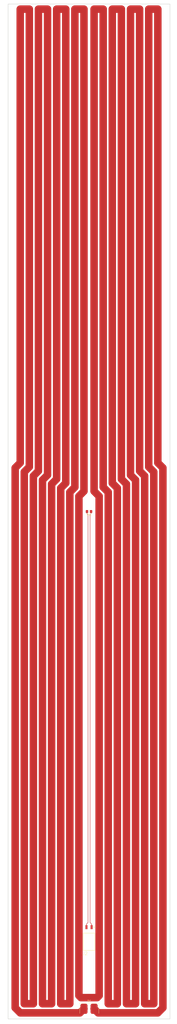
<source format=kicad_pcb>
(kicad_pcb (version 20240108) (generator "pcbnew") (generator_version "8.0")
  (layers (0 "F.Cu" signal) (31 "B.Cu" signal) (34 "B.Paste" user) (35 "F.Paste" user) (36 "B.SilkS" user "B.Silkscreen") (37 "F.SilkS" user "F.Silkscreen") (38 "B.Mask" user) (39 "F.Mask" user) (44 "Edge.Cuts" user))
  (net 0 "")
  (net 1 "Net-(J1-Pin_1)")
  (net 2 "Net-(J2-Pin_1)")
  (net 3 "Net-(J2-Pin_2)")
  (footprint "Resistor_SMD:R_0805_2012Metric_Pad1.20x1.40mm_HandSolder" (layer "F.Cu") (at 440 300 180)
    (property "Reference" "TH1" (at 0 -1.65 180) (layer "F.SilkS"))
    (property "Value" "Thermistor_NTC")
    (fp_line (start -0.227064 0.735) (end 0.227064 0.735) (stroke (width 0.12)) (layer "F.SilkS"))
    (fp_line (start -0.227064 -0.735) (end 0.227064 -0.735) (stroke (width 0.12)) (layer "F.SilkS"))
    (pad "1" smd roundrect (at -1 0 180) (size 1.2 1.4) (layers "F.Cu" "F.Paste" "F.Mask") (roundrect_rratio 0.208333) (net 2 "Net-(J2-Pin_1)"))
    (pad "2" smd roundrect (at 1 0 180) (size 1.2 1.4) (layers "F.Cu" "F.Paste" "F.Mask") (roundrect_rratio 0.208333) (net 3 "Net-(J2-Pin_2)"))
  )
  (footprint "XT30:XT30_pads" (layer "F.Cu") (at 440 545 180)
    (property "Reference" "J1" (at 0 3.81 180) (layer "F.SilkS"))
    (property "Value" "Heater connector")
    (fp_line (start 4.572 2.794) (end 4.572 -2.286) (stroke (width 0.12)) (layer "F.SilkS"))
    (fp_line (start -4.826 2.794) (end 4.572 2.794) (stroke (width 0.12)) (layer "F.SilkS"))
    (fp_line (start -4.826 -2.286) (end -4.826 2.794) (stroke (width 0.12)) (layer "F.SilkS"))
    (pad "1" smd roundrect (at -2.5 0 180) (size 3.5 5) (layers "F.Cu" "F.Paste" "F.Mask") (net 1 "Net-(J1-Pin_1)"))
    (pad "2" smd roundrect (at 2.5 0 180) (size 3.5 5) (layers "F.Cu" "F.Paste" "F.Mask") (net 1 "Net-(J1-Pin_1)"))
  )
  (footprint "XT30:GCT_BG300-02-X-X-A_REVC" (layer "F.Cu") (at 440 510 180)
    (property "Reference" "J2" (at 1.990795 -7.773095 180) (layer "F.SilkS") (effects (font (size 1.600638 1.600638))))
    (property "Value" "Thermistor Connector")
    (fp_line (start 2.815 2.275) (end 2.815 -6.225) (stroke (width 0.2)) (layer "F.SilkS"))
    (fp_line (start -2.815 2.275) (end 2.815 2.275) (stroke (width 0.2)) (layer "F.SilkS"))
    (fp_line (start -2.815 2.275) (end -2.815 -6.225) (stroke (width 0.2)) (layer "F.SilkS"))
    (fp_line (start -2.815 -6.225) (end 2.815 -6.225) (stroke (width 0.2)) (layer "F.SilkS"))
    (fp_circle (center -2.54 5.225) (end -2.360391 5.225) (stroke (width 0.254)) (fill none) (layer "F.SilkS"))
    (pad "1" smd rect (at -1.27 5.225 180) (size 1 2) (layers "F.Cu" "F.Paste" "F.Mask") (net 2 "Net-(J2-Pin_1)"))
    (pad "2" smd rect (at 1.27 5.225 180) (size 1 2) (layers "F.Cu" "F.Paste" "F.Mask") (net 3 "Net-(J2-Pin_2)"))
  )
  (gr_rect (start 400 50) (end 480 550) (stroke (width 0.2)) (fill none) (layer "Edge.Cuts"))
  (segment (start 437.5 52.5) (end 437.5 290) (width 3.711) (layer "F.Cu") (net 1))
  (segment (start 454 288.5) (end 454 542.5) (width 3.711) (layer "F.Cu") (net 1))
  (segment (start 474 52.5) (end 469.5 52.5) (width 3.711) (layer "F.Cu") (net 1))
  (segment (start 467.5 282.5) (end 465 280) (width 3.711) (layer "F.Cu") (net 1))
  (segment (start 442.5 545) (end 444.5 547) (width 3.711) (layer "F.Cu") (net 1))
  (segment (start 406 547) (end 403.5 544.5) (width 3.711) (layer "F.Cu") (net 1))
  (segment (start 412.5 282.5) (end 415 280) (width 3.711) (layer "F.Cu") (net 1))
  (segment (start 430.5 542.5) (end 430.5 290.5) (width 3.711) (layer "F.Cu") (net 1))
  (segment (start 465 52.5) (end 460.5 52.5) (width 3.711) (layer "F.Cu") (net 1))
  (segment (start 433 52.5) (end 437.5 52.5) (width 3.711) (layer "F.Cu") (net 1))
  (segment (start 428.5 286) (end 426 288.5) (width 3.711) (layer "F.Cu") (net 1))
  (segment (start 408 542.5) (end 412.5 542.5) (width 3.711) (layer "F.Cu") (net 1))
  (segment (start 463 284.5) (end 463 542.5) (width 3.711) (layer "F.Cu") (net 1))
  (segment (start 454 542.5) (end 449.5 542.5) (width 3.711) (layer "F.Cu") (net 1))
  (segment (start 415 280) (end 415 52.5) (width 3.711) (layer "F.Cu") (net 1))
  (segment (start 442.5 52.5) (end 442.5 290) (width 3.711) (layer "F.Cu") (net 1))
  (segment (start 412.5 542.5) (end 412.5 282.5) (width 3.711) (layer "F.Cu") (net 1))
  (segment (start 447 52.5) (end 442.5 52.5) (width 3.711) (layer "F.Cu") (net 1))
  (segment (start 442.5 290) (end 445 292.5) (width 3.711) (layer "F.Cu") (net 1))
  (segment (start 406 276) (end 406 52.5) (width 3.711) (layer "F.Cu") (net 1))
  (segment (start 433 288) (end 433 52.5) (width 3.711) (layer "F.Cu") (net 1))
  (segment (start 444.5 547) (end 474 547) (width 3.711) (layer "F.Cu") (net 1))
  (segment (start 472 542.5) (end 467.5 542.5) (width 3.711) (layer "F.Cu") (net 1))
  (segment (start 435 537.5) (end 435 538.5) (width 3.711) (layer "F.Cu") (net 1))
  (segment (start 460.5 52.5) (end 460.5 282) (width 3.711) (layer "F.Cu") (net 1))
  (segment (start 451.5 286) (end 454 288.5) (width 3.711) (layer "F.Cu") (net 1))
  (segment (start 419.5 52.5) (end 419.5 282) (width 3.711) (layer "F.Cu") (net 1))
  (segment (start 445 537.5) (end 445 538.5) (width 3.711) (layer "F.Cu") (net 1))
  (segment (start 458.5 542.5) (end 458.5 286.5) (width 3.711) (layer "F.Cu") (net 1))
  (segment (start 467.5 542.5) (end 467.5 282.5) (width 3.711) (layer "F.Cu") (net 1))
  (segment (start 449.5 290.5) (end 447 288) (width 3.711) (layer "F.Cu") (net 1))
  (segment (start 406 52.5) (end 410.5 52.5) (width 3.711) (layer "F.Cu") (net 1))
  (segment (start 426 288.5) (end 426 542.5) (width 3.711) (layer "F.Cu") (net 1))
  (segment (start 436 539.5) (end 440 539.5) (width 3.711) (layer "F.Cu") (net 1))
  (segment (start 410.5 278) (end 408 280.5) (width 3.711) (layer "F.Cu") (net 1))
  (segment (start 417 542.5) (end 421.5 542.5) (width 3.711) (layer "F.Cu") (net 1))
  (segment (start 447 288) (end 447 52.5) (width 3.711) (layer "F.Cu") (net 1))
  (segment (start 424 284) (end 424 52.5) (width 3.711) (layer "F.Cu") (net 1))
  (segment (start 435 292.5) (end 435 537.5) (width 3.711) (layer "F.Cu") (net 1))
  (segment (start 421.5 542.5) (end 421.5 286.5) (width 3.711) (layer "F.Cu") (net 1))
  (segment (start 474 276) (end 474 52.5) (width 3.711) (layer "F.Cu") (net 1))
  (segment (start 445 292.5) (end 445 537.5) (width 3.711) (layer "F.Cu") (net 1))
  (segment (start 426 542.5) (end 430.5 542.5) (width 3.711) (layer "F.Cu") (net 1))
  (segment (start 460.5 282) (end 463 284.5) (width 3.711) (layer "F.Cu") (net 1))
  (segment (start 444 539.5) (end 440 539.5) (width 3.711) (layer "F.Cu") (net 1))
  (segment (start 435.5 547) (end 406 547) (width 3.711) (layer "F.Cu") (net 1))
  (segment (start 451.5 52.5) (end 451.5 286) (width 3.711) (layer "F.Cu") (net 1))
  (segment (start 417 284.5) (end 417 542.5) (width 3.711) (layer "F.Cu") (net 1))
  (segment (start 421.5 286.5) (end 424 284) (width 3.711) (layer "F.Cu") (net 1))
  (segment (start 463 542.5) (end 458.5 542.5) (width 3.711) (layer "F.Cu") (net 1))
  (segment (start 419.5 282) (end 417 284.5) (width 3.711) (layer "F.Cu") (net 1))
  (segment (start 469.5 278) (end 472 280.5) (width 3.711) (layer "F.Cu") (net 1))
  (segment (start 476.5 544.5) (end 476.5 278.5) (width 3.711) (layer "F.Cu") (net 1))
  (segment (start 437.5 545) (end 435.5 547) (width 3.711) (layer "F.Cu") (net 1))
  (segment (start 437.5 290) (end 435 292.5) (width 3.711) (layer "F.Cu") (net 1))
  (segment (start 435 538.5) (end 436 539.5) (width 3.711) (layer "F.Cu") (net 1))
  (segment (start 424 52.5) (end 428.5 52.5) (width 3.711) (layer "F.Cu") (net 1))
  (segment (start 472 280.5) (end 472 542.5) (width 3.711) (layer "F.Cu") (net 1))
  (segment (start 403.5 278.5) (end 406 276) (width 3.711) (layer "F.Cu") (net 1))
  (segment (start 415 52.5) (end 419.5 52.5) (width 3.711) (layer "F.Cu") (net 1))
  (segment (start 428.5 52.5) (end 428.5 286) (width 3.711) (layer "F.Cu") (net 1))
  (segment (start 456 284) (end 456 52.5) (width 3.711) (layer "F.Cu") (net 1))
  (segment (start 430.5 290.5) (end 433 288) (width 3.711) (layer "F.Cu") (net 1))
  (segment (start 408 280.5) (end 408 542.5) (width 3.711) (layer "F.Cu") (net 1))
  (segment (start 474 547) (end 476.5 544.5) (width 3.711) (layer "F.Cu") (net 1))
  (segment (start 476.5 278.5) (end 474 276) (width 3.711) (layer "F.Cu") (net 1))
  (segment (start 445 538.5) (end 444 539.5) (width 3.711) (layer "F.Cu") (net 1))
  (segment (start 458.5 286.5) (end 456 284) (width 3.711) (layer "F.Cu") (net 1))
  (segment (start 456 52.5) (end 451.5 52.5) (width 3.711) (layer "F.Cu") (net 1))
  (segment (start 465 280) (end 465 52.5) (width 3.711) (layer "F.Cu") (net 1))
  (segment (start 449.5 542.5) (end 449.5 290.5) (width 3.711) (layer "F.Cu") (net 1))
  (segment (start 469.5 52.5) (end 469.5 278) (width 3.711) (layer "F.Cu") (net 1))
  (segment (start 403.5 544.5) (end 403.5 278.5) (width 3.711) (layer "F.Cu") (net 1))
  (segment (start 410.5 52.5) (end 410.5 278) (width 3.711) (layer "F.Cu") (net 1))
  (segment (start 440.5 502.5) (end 440.5 301.5) (width 0.2032) (layer "F.Cu") (net 2))
  (segment (start 441 301) (end 441 300) (width 0.2032) (layer "F.Cu") (net 2))
  (segment (start 441.27 503.27) (end 440.5 502.5) (width 0.2032) (layer "F.Cu") (net 2))
  (segment (start 441.27 504.775) (end 441.27 503.27) (width 0.2032) (layer "F.Cu") (net 2))
  (segment (start 440.5 301.5) (end 441 301) (width 0.2032) (layer "F.Cu") (net 2))
  (segment (start 439 300) (end 439 301) (width 0.2032) (layer "F.Cu") (net 3))
  (segment (start 439.5 502.5) (end 438.73 503.27) (width 0.2032) (layer "F.Cu") (net 3))
  (segment (start 438.73 503.27) (end 438.73 504.775) (width 0.2032) (layer "F.Cu") (net 3))
  (segment (start 439.5 301.5) (end 439.5 502.5) (width 0.2032) (layer "F.Cu") (net 3))
  (segment (start 439 301) (end 439.5 301.5) (width 0.2032) (layer "F.Cu") (net 3))
)
</source>
